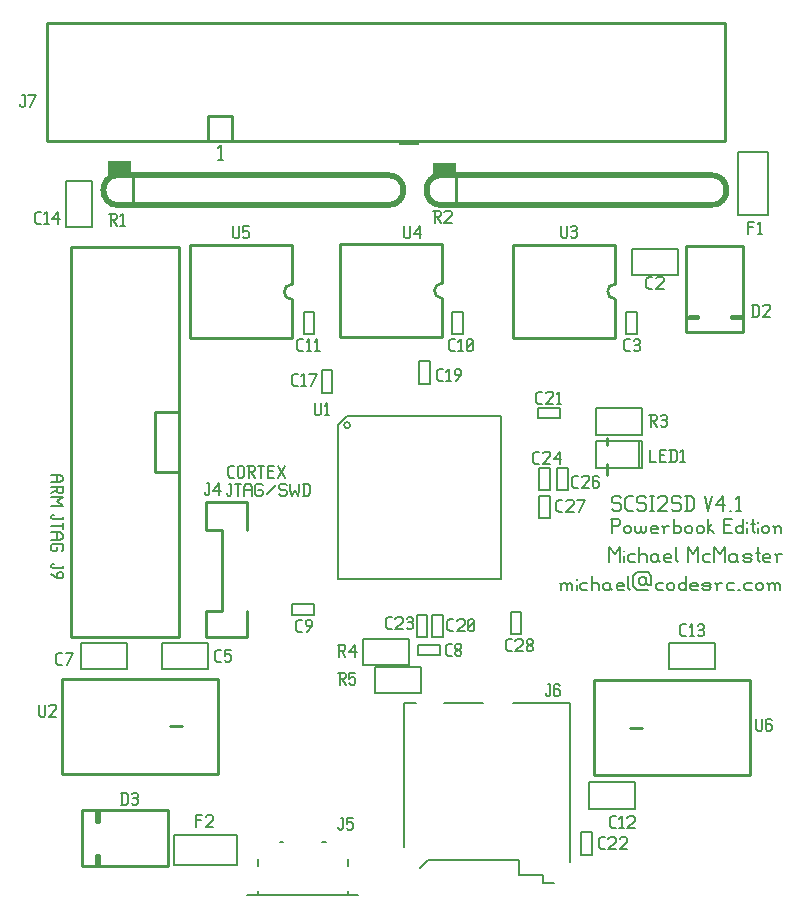
<source format=gto>
G04 start of page 13 for group -4079 idx -4079 *
G04 Title: (unknown), topsilk *
G04 Creator: pcb 20110918 *
G04 CreationDate: Wed 07 May 2014 09:59:53 GMT UTC *
G04 For: michael *
G04 Format: Gerber/RS-274X *
G04 PCB-Dimensions: 275000 304000 *
G04 PCB-Coordinate-Origin: lower left *
%MOIN*%
%FSLAX25Y25*%
%LNTOPSILK*%
%ADD145C,0.0200*%
%ADD144C,0.0080*%
%ADD143C,0.0060*%
%ADD142C,0.0100*%
%ADD141C,0.0001*%
G54D141*G36*
X45000Y257400D02*X52500D01*
Y252400D01*
X45000D01*
Y257400D01*
G37*
G36*
X153300Y257000D02*X160800D01*
Y252000D01*
X153300D01*
Y257000D01*
G37*
G36*
X142000Y264000D02*X148500D01*
Y263000D01*
X142000D01*
Y264000D01*
G37*
G54D142*X211300Y156400D02*Y153000D01*
Y163000D02*Y165100D01*
G54D143*X213100Y138300D02*Y133500D01*
X212500Y138300D02*X214900D01*
X215500Y137700D01*
Y136500D01*
X214900Y135900D02*X215500Y136500D01*
X213100Y135900D02*X214900D01*
X216940Y135300D02*Y134100D01*
Y135300D02*X217540Y135900D01*
X218740D01*
X219340Y135300D01*
Y134100D01*
X218740Y133500D02*X219340Y134100D01*
X217540Y133500D02*X218740D01*
X216940Y134100D02*X217540Y133500D01*
X220780Y135900D02*Y134100D01*
X221380Y133500D01*
X221980D01*
X222580Y134100D01*
Y135900D02*Y134100D01*
X223180Y133500D01*
X223780D01*
X224380Y134100D01*
Y135900D02*Y134100D01*
X226420Y133500D02*X228220D01*
X225820Y134100D02*X226420Y133500D01*
X225820Y135300D02*Y134100D01*
Y135300D02*X226420Y135900D01*
X227620D01*
X228220Y135300D01*
X225820Y134700D02*X228220D01*
Y135300D02*Y134700D01*
X230260Y135300D02*Y133500D01*
Y135300D02*X230860Y135900D01*
X232060D01*
X229660D02*X230260Y135300D01*
X233500Y138300D02*Y133500D01*
Y134100D02*X234100Y133500D01*
X235300D01*
X235900Y134100D01*
Y135300D02*Y134100D01*
X235300Y135900D02*X235900Y135300D01*
X234100Y135900D02*X235300D01*
X233500Y135300D02*X234100Y135900D01*
X237340Y135300D02*Y134100D01*
Y135300D02*X237940Y135900D01*
X239140D01*
X239740Y135300D01*
Y134100D01*
X239140Y133500D02*X239740Y134100D01*
X237940Y133500D02*X239140D01*
X237340Y134100D02*X237940Y133500D01*
X241180Y135300D02*Y134100D01*
Y135300D02*X241780Y135900D01*
X242980D01*
X243580Y135300D01*
Y134100D01*
X242980Y133500D02*X243580Y134100D01*
X241780Y133500D02*X242980D01*
X241180Y134100D02*X241780Y133500D01*
X245020Y138300D02*Y133500D01*
Y135300D02*X246820Y133500D01*
X245020Y135300D02*X246220Y136500D01*
X250420Y136140D02*X252220D01*
X250420Y133500D02*X252820D01*
X250420Y138300D02*Y133500D01*
Y138300D02*X252820D01*
X256660D02*Y133500D01*
X256060D02*X256660Y134100D01*
X254860Y133500D02*X256060D01*
X254260Y134100D02*X254860Y133500D01*
X254260Y135300D02*Y134100D01*
Y135300D02*X254860Y135900D01*
X256060D01*
X256660Y135300D01*
X258100Y137100D02*Y136980D01*
Y135300D02*Y133500D01*
X259900Y138300D02*Y134100D01*
X260500Y133500D01*
X259300Y136500D02*X260500D01*
X261700Y137100D02*Y136980D01*
Y135300D02*Y133500D01*
X262900Y135300D02*Y134100D01*
Y135300D02*X263500Y135900D01*
X264700D01*
X265300Y135300D01*
Y134100D01*
X264700Y133500D02*X265300Y134100D01*
X263500Y133500D02*X264700D01*
X262900Y134100D02*X263500Y133500D01*
X267340Y135300D02*Y133500D01*
Y135300D02*X267940Y135900D01*
X268540D01*
X269140Y135300D01*
Y133500D01*
X266740Y135900D02*X267340Y135300D01*
X212000Y128800D02*Y124000D01*
Y128800D02*X213800Y126400D01*
X215600Y128800D01*
Y124000D01*
X217040Y127600D02*Y127480D01*
Y125800D02*Y124000D01*
X218840Y126400D02*X220640D01*
X218240Y125800D02*X218840Y126400D01*
X218240Y125800D02*Y124600D01*
X218840Y124000D01*
X220640D01*
X222080Y128800D02*Y124000D01*
Y125800D02*X222680Y126400D01*
X223880D01*
X224480Y125800D01*
Y124000D01*
X227720Y126400D02*X228320Y125800D01*
X226520Y126400D02*X227720D01*
X225920Y125800D02*X226520Y126400D01*
X225920Y125800D02*Y124600D01*
X226520Y124000D01*
X228320Y126400D02*Y124600D01*
X228920Y124000D01*
X226520D02*X227720D01*
X228320Y124600D01*
X230960Y124000D02*X232760D01*
X230360Y124600D02*X230960Y124000D01*
X230360Y125800D02*Y124600D01*
Y125800D02*X230960Y126400D01*
X232160D01*
X232760Y125800D01*
X230360Y125200D02*X232760D01*
Y125800D02*Y125200D01*
X234200Y128800D02*Y124600D01*
X234800Y124000D01*
X238160Y128800D02*Y124000D01*
Y128800D02*X239960Y126400D01*
X241760Y128800D01*
Y124000D01*
X243800Y126400D02*X245600D01*
X243200Y125800D02*X243800Y126400D01*
X243200Y125800D02*Y124600D01*
X243800Y124000D01*
X245600D01*
X247040Y128800D02*Y124000D01*
Y128800D02*X248840Y126400D01*
X250640Y128800D01*
Y124000D01*
X253880Y126400D02*X254480Y125800D01*
X252680Y126400D02*X253880D01*
X252080Y125800D02*X252680Y126400D01*
X252080Y125800D02*Y124600D01*
X252680Y124000D01*
X254480Y126400D02*Y124600D01*
X255080Y124000D01*
X252680D02*X253880D01*
X254480Y124600D01*
X257120Y124000D02*X258920D01*
X259520Y124600D01*
X258920Y125200D02*X259520Y124600D01*
X257120Y125200D02*X258920D01*
X256520Y125800D02*X257120Y125200D01*
X256520Y125800D02*X257120Y126400D01*
X258920D01*
X259520Y125800D01*
X256520Y124600D02*X257120Y124000D01*
X261560Y128800D02*Y124600D01*
X262160Y124000D01*
X260960Y127000D02*X262160D01*
X263960Y124000D02*X265760D01*
X263360Y124600D02*X263960Y124000D01*
X263360Y125800D02*Y124600D01*
Y125800D02*X263960Y126400D01*
X265160D01*
X265760Y125800D01*
X263360Y125200D02*X265760D01*
Y125800D02*Y125200D01*
X267800Y125800D02*Y124000D01*
Y125800D02*X268400Y126400D01*
X269600D01*
X267200D02*X267800Y125800D01*
X196100Y116300D02*Y114500D01*
Y116300D02*X196700Y116900D01*
X197300D01*
X197900Y116300D01*
Y114500D01*
Y116300D02*X198500Y116900D01*
X199100D01*
X199700Y116300D01*
Y114500D01*
X195500Y116900D02*X196100Y116300D01*
X201140Y118100D02*Y117980D01*
Y116300D02*Y114500D01*
X202940Y116900D02*X204740D01*
X202340Y116300D02*X202940Y116900D01*
X202340Y116300D02*Y115100D01*
X202940Y114500D01*
X204740D01*
X206180Y119300D02*Y114500D01*
Y116300D02*X206780Y116900D01*
X207980D01*
X208580Y116300D01*
Y114500D01*
X211820Y116900D02*X212420Y116300D01*
X210620Y116900D02*X211820D01*
X210020Y116300D02*X210620Y116900D01*
X210020Y116300D02*Y115100D01*
X210620Y114500D01*
X212420Y116900D02*Y115100D01*
X213020Y114500D01*
X210620D02*X211820D01*
X212420Y115100D01*
X215060Y114500D02*X216860D01*
X214460Y115100D02*X215060Y114500D01*
X214460Y116300D02*Y115100D01*
Y116300D02*X215060Y116900D01*
X216260D01*
X216860Y116300D01*
X214460Y115700D02*X216860D01*
Y116300D02*Y115700D01*
X218300Y119300D02*Y115100D01*
X218900Y114500D01*
X220100Y119300D02*Y115700D01*
X221300Y114500D01*
X224900D01*
X226100Y119300D02*Y116300D01*
Y119300D02*X224900Y120500D01*
X221300D02*X224900D01*
X221300D02*X220100Y119300D01*
X221900Y118100D02*Y116900D01*
X222500Y116300D01*
X223700D01*
X224300Y116900D01*
X224900Y116300D01*
X224300Y118700D02*Y116900D01*
Y118100D02*X223700Y118700D01*
X222500D02*X223700D01*
X222500D02*X221900Y118100D01*
X224900Y116300D02*X226100D01*
X228140Y116900D02*X229940D01*
X227540Y116300D02*X228140Y116900D01*
X227540Y116300D02*Y115100D01*
X228140Y114500D01*
X229940D01*
X231380Y116300D02*Y115100D01*
Y116300D02*X231980Y116900D01*
X233180D01*
X233780Y116300D01*
Y115100D01*
X233180Y114500D02*X233780Y115100D01*
X231980Y114500D02*X233180D01*
X231380Y115100D02*X231980Y114500D01*
X237620Y119300D02*Y114500D01*
X237020D02*X237620Y115100D01*
X235820Y114500D02*X237020D01*
X235220Y115100D02*X235820Y114500D01*
X235220Y116300D02*Y115100D01*
Y116300D02*X235820Y116900D01*
X237020D01*
X237620Y116300D01*
X239660Y114500D02*X241460D01*
X239060Y115100D02*X239660Y114500D01*
X239060Y116300D02*Y115100D01*
Y116300D02*X239660Y116900D01*
X240860D01*
X241460Y116300D01*
X239060Y115700D02*X241460D01*
Y116300D02*Y115700D01*
X243500Y114500D02*X245300D01*
X245900Y115100D01*
X245300Y115700D02*X245900Y115100D01*
X243500Y115700D02*X245300D01*
X242900Y116300D02*X243500Y115700D01*
X242900Y116300D02*X243500Y116900D01*
X245300D01*
X245900Y116300D01*
X242900Y115100D02*X243500Y114500D01*
X247940Y116300D02*Y114500D01*
Y116300D02*X248540Y116900D01*
X249740D01*
X247340D02*X247940Y116300D01*
X251780Y116900D02*X253580D01*
X251180Y116300D02*X251780Y116900D01*
X251180Y116300D02*Y115100D01*
X251780Y114500D01*
X253580D01*
X255020D02*X255620D01*
X257660Y116900D02*X259460D01*
X257060Y116300D02*X257660Y116900D01*
X257060Y116300D02*Y115100D01*
X257660Y114500D01*
X259460D01*
X260900Y116300D02*Y115100D01*
Y116300D02*X261500Y116900D01*
X262700D01*
X263300Y116300D01*
Y115100D01*
X262700Y114500D02*X263300Y115100D01*
X261500Y114500D02*X262700D01*
X260900Y115100D02*X261500Y114500D01*
X265340Y116300D02*Y114500D01*
Y116300D02*X265940Y116900D01*
X266540D01*
X267140Y116300D01*
Y114500D01*
Y116300D02*X267740Y116900D01*
X268340D01*
X268940Y116300D01*
Y114500D01*
X264740Y116900D02*X265340Y116300D01*
X85200Y150000D02*X86000D01*
Y146500D01*
X85500Y146000D02*X86000Y146500D01*
X85000Y146000D02*X85500D01*
X84500Y146500D02*X85000Y146000D01*
X84500Y147000D02*Y146500D01*
X87200Y150000D02*X89200D01*
X88200D02*Y146000D01*
X90400Y149000D02*Y146000D01*
Y149000D02*X91100Y150000D01*
X92200D01*
X92900Y149000D01*
Y146000D01*
X90400Y148000D02*X92900D01*
X96100Y150000D02*X96600Y149500D01*
X94600Y150000D02*X96100D01*
X94100Y149500D02*X94600Y150000D01*
X94100Y149500D02*Y146500D01*
X94600Y146000D01*
X96100D01*
X96600Y146500D01*
Y147500D02*Y146500D01*
X96100Y148000D02*X96600Y147500D01*
X95100Y148000D02*X96100D01*
X97800Y146500D02*X100800Y149500D01*
X104000Y150000D02*X104500Y149500D01*
X102500Y150000D02*X104000D01*
X102000Y149500D02*X102500Y150000D01*
X102000Y149500D02*Y148500D01*
X102500Y148000D01*
X104000D01*
X104500Y147500D01*
Y146500D01*
X104000Y146000D02*X104500Y146500D01*
X102500Y146000D02*X104000D01*
X102000Y146500D02*X102500Y146000D01*
X105700Y150000D02*Y148000D01*
X106200Y146000D01*
X107200Y148000D01*
X108200Y146000D01*
X108700Y148000D01*
Y150000D02*Y148000D01*
X110400Y150000D02*Y146000D01*
X111700Y150000D02*X112400Y149300D01*
Y146700D01*
X111700Y146000D02*X112400Y146700D01*
X109900Y146000D02*X111700D01*
X109900Y150000D02*X111700D01*
X26000Y153000D02*X29000D01*
X30000Y152300D01*
Y151200D01*
X29000Y150500D01*
X26000D02*X29000D01*
X28000Y153000D02*Y150500D01*
X30000Y149300D02*Y147300D01*
X29500Y146800D01*
X28500D02*X29500D01*
X28000Y147300D02*X28500Y146800D01*
X28000Y148800D02*Y147300D01*
X26000Y148800D02*X30000D01*
X28000Y148000D02*X26000Y146800D01*
Y145600D02*X30000D01*
X28000Y144100D01*
X30000Y142600D01*
X26000D02*X30000D01*
Y138900D02*Y138100D01*
X26500D02*X30000D01*
X26000Y138600D02*X26500Y138100D01*
X26000Y139100D02*Y138600D01*
X26500Y139600D02*X26000Y139100D01*
X26500Y139600D02*X27000D01*
X30000Y136900D02*Y134900D01*
X26000Y135900D02*X30000D01*
X26000Y133700D02*X29000D01*
X30000Y133000D01*
Y131900D01*
X29000Y131200D01*
X26000D02*X29000D01*
X28000Y133700D02*Y131200D01*
X30000Y128000D02*X29500Y127500D01*
X30000Y129500D02*Y128000D01*
X29500Y130000D02*X30000Y129500D01*
X26500Y130000D02*X29500D01*
X26500D02*X26000Y129500D01*
Y128000D01*
X26500Y127500D01*
X27500D01*
X28000Y128000D02*X27500Y127500D01*
X28000Y129000D02*Y128000D01*
X85700Y152000D02*X87000D01*
X85000Y152700D02*X85700Y152000D01*
X85000Y155300D02*Y152700D01*
Y155300D02*X85700Y156000D01*
X87000D01*
X88200Y155500D02*Y152500D01*
Y155500D02*X88700Y156000D01*
X89700D01*
X90200Y155500D01*
Y152500D01*
X89700Y152000D02*X90200Y152500D01*
X88700Y152000D02*X89700D01*
X88200Y152500D02*X88700Y152000D01*
X91400Y156000D02*X93400D01*
X93900Y155500D01*
Y154500D01*
X93400Y154000D02*X93900Y154500D01*
X91900Y154000D02*X93400D01*
X91900Y156000D02*Y152000D01*
X92700Y154000D02*X93900Y152000D01*
X95100Y156000D02*X97100D01*
X96100D02*Y152000D01*
X98300Y154200D02*X99800D01*
X98300Y152000D02*X100300D01*
X98300Y156000D02*Y152000D01*
Y156000D02*X100300D01*
X101500Y152000D02*X104000Y156000D01*
X101500D02*X104000Y152000D01*
X81500Y261840D02*X82460Y262800D01*
Y258000D01*
X81500D02*X83300D01*
X215400Y145800D02*X216000Y145200D01*
X213600Y145800D02*X215400D01*
X213000Y145200D02*X213600Y145800D01*
X213000Y145200D02*Y144000D01*
X213600Y143400D01*
X215400D01*
X216000Y142800D01*
Y141600D01*
X215400Y141000D02*X216000Y141600D01*
X213600Y141000D02*X215400D01*
X213000Y141600D02*X213600Y141000D01*
X218280D02*X219840D01*
X217440Y141840D02*X218280Y141000D01*
X217440Y144960D02*Y141840D01*
Y144960D02*X218280Y145800D01*
X219840D01*
X223680D02*X224280Y145200D01*
X221880Y145800D02*X223680D01*
X221280Y145200D02*X221880Y145800D01*
X221280Y145200D02*Y144000D01*
X221880Y143400D01*
X223680D01*
X224280Y142800D01*
Y141600D01*
X223680Y141000D02*X224280Y141600D01*
X221880Y141000D02*X223680D01*
X221280Y141600D02*X221880Y141000D01*
X225720Y145800D02*X226920D01*
X226320D02*Y141000D01*
X225720D02*X226920D01*
X228360Y145200D02*X228960Y145800D01*
X230760D01*
X231360Y145200D01*
Y144000D01*
X228360Y141000D02*X231360Y144000D01*
X228360Y141000D02*X231360D01*
X235200Y145800D02*X235800Y145200D01*
X233400Y145800D02*X235200D01*
X232800Y145200D02*X233400Y145800D01*
X232800Y145200D02*Y144000D01*
X233400Y143400D01*
X235200D01*
X235800Y142800D01*
Y141600D01*
X235200Y141000D02*X235800Y141600D01*
X233400Y141000D02*X235200D01*
X232800Y141600D02*X233400Y141000D01*
X237840Y145800D02*Y141000D01*
X239400Y145800D02*X240240Y144960D01*
Y141840D01*
X239400Y141000D02*X240240Y141840D01*
X237240Y141000D02*X239400D01*
X237240Y145800D02*X239400D01*
X243840D02*X245040Y141000D01*
X246240Y145800D01*
X247680Y142800D02*X250080Y145800D01*
X247680Y142800D02*X250680D01*
X250080Y145800D02*Y141000D01*
X252120D02*X252720D01*
X254160Y144840D02*X255120Y145800D01*
Y141000D01*
X254160D02*X255960D01*
G54D144*X222900Y164100D02*Y155300D01*
X207500Y164100D02*X222900D01*
X207500D02*Y155300D01*
X222900D01*
X221900Y164100D02*Y155300D01*
X222859Y175122D02*Y166322D01*
X207459Y175122D02*X222859D01*
X207459D02*Y166322D01*
X222859D01*
G54D143*X194728Y147791D02*X198271D01*
Y155271D02*Y147791D01*
X194728Y155271D02*X198271D01*
X194728D02*Y147791D01*
X188291Y171729D02*Y175272D01*
X195771Y171729D02*X188291D01*
X195771Y175272D02*Y171729D01*
X188291Y175272D02*X195771D01*
X188728Y147791D02*X192271D01*
Y155271D02*Y147791D01*
X188728Y155271D02*X192271D01*
X188728D02*Y147791D01*
X113709Y109771D02*Y106228D01*
X106229Y109771D02*X113709D01*
X106229D02*Y106228D01*
X113709D01*
X148228Y92729D02*Y96272D01*
X155708Y92729D02*X148228D01*
X155708Y96272D02*Y92729D01*
X148228Y96272D02*X155708D01*
X152935Y106222D02*X156478D01*
X152935D02*Y98742D01*
X156478D01*
Y106222D02*Y98742D01*
X147792Y106272D02*X151335D01*
X147792D02*Y98792D01*
X151335D01*
Y106272D02*Y98792D01*
X179228Y99728D02*X182771D01*
Y107208D02*Y99728D01*
X179228Y107208D02*X182771D01*
X179228D02*Y99728D01*
X188722Y145902D02*X192265D01*
X188722D02*Y138422D01*
X192265D01*
Y145902D02*Y138422D01*
G54D144*X124682Y172337D02*X176100D01*
Y118019D01*
X121782D01*
Y169437D01*
X124682Y172337D01*
X123682Y169437D02*G75*G03X123682Y169437I1000J0D01*G01*
G54D143*X202729Y33772D02*X206272D01*
X202729D02*Y26292D01*
X206272D01*
Y33772D02*Y26292D01*
G54D144*X133941Y88878D02*Y80078D01*
X149341D01*
Y88878D01*
X133941D01*
X129900Y98300D02*Y89500D01*
X145300D01*
Y98300D01*
X129900D01*
X231800Y96900D02*Y88100D01*
X247200D01*
Y96900D02*Y88100D01*
X231800Y96900D02*X247200D01*
G54D142*X207044Y52970D02*X259044D01*
X207044Y84470D02*Y52970D01*
Y84470D02*X259044D01*
Y52970D01*
X219044Y68470D02*X223044D01*
G54D144*X205300Y50400D02*Y41600D01*
X220700D01*
Y50400D01*
X205300D01*
G54D143*X91378Y12759D02*X128386D01*
X94921Y14137D02*Y12759D01*
Y24767D02*Y22602D01*
X125039Y14137D02*Y12759D01*
Y24767D02*Y22602D01*
X102204Y30476D02*X103386D01*
X116181D02*X117559D01*
G54D144*X87900Y32700D02*Y22700D01*
X66900Y32700D02*X87900D01*
X66900D02*Y22700D01*
X87900D01*
X62800Y96900D02*Y88100D01*
X78200D01*
Y96900D02*Y88100D01*
X62800Y96900D02*X78200D01*
G54D142*X36362Y41252D02*Y22354D01*
X65102D01*
Y41252D02*Y22354D01*
X36362Y41252D02*X65102D01*
X41086D02*Y37315D01*
X41874D01*
Y40464D02*Y37315D01*
X41086Y26291D02*Y22354D01*
Y26291D02*X41874D01*
Y23141D01*
G54D143*X182088Y19343D02*X190088D01*
X182088Y24343D02*Y19343D01*
X151588Y24343D02*X182088D01*
X151588D02*X149088Y21843D01*
X190088Y19343D02*Y16843D01*
X193588D01*
X199088Y76843D02*Y23843D01*
X180088Y76843D02*X199088D01*
X157088D02*X170088D01*
X143588D02*X147588D01*
X143588D02*Y28843D01*
G54D145*X48400Y242800D02*X138400D01*
X48400Y252800D02*X138400D01*
G54D142*X53400D02*Y242800D01*
G54D145*X48400Y252800D02*G75*G03X48400Y242800I0J-5000D01*G01*
X138400D02*G75*G03X138400Y252800I0J5000D01*G01*
G54D142*X32647Y128739D02*X32600Y128692D01*
Y98700D01*
X68600D01*
Y228700D02*Y98700D01*
X32608Y228692D02*Y128700D01*
Y228692D02*X32600Y228700D01*
X68600D01*
X60600Y173700D02*X68600D01*
X60600D02*Y153700D01*
X68600D01*
X72200Y229350D02*X106200D01*
X72200D02*Y198350D01*
X106200D01*
Y229350D02*Y216350D01*
Y211350D02*Y198350D01*
Y216350D02*G75*G03X106200Y211350I0J-2500D01*G01*
X29573Y84762D02*X81573D01*
Y53262D01*
X29573D02*X81573D01*
X29573Y84762D02*Y53262D01*
X65573Y69262D02*X69573D01*
X77628Y98741D02*X91428D01*
X77628Y143741D02*X91428D01*
Y134647D01*
X91434Y134641D01*
X91334Y107541D02*Y98741D01*
X77634Y143741D02*Y134641D01*
Y107441D02*Y98741D01*
Y134641D02*X83034D01*
Y107441D01*
X77634D02*X83034D01*
G54D144*X51200Y96900D02*Y88100D01*
X35800Y96900D02*X51200D01*
X35800D02*Y88100D01*
X51200D01*
X30800Y235600D02*X39600D01*
Y251000D02*Y235600D01*
X30800Y251000D02*X39600D01*
X30800D02*Y235600D01*
X219541Y228178D02*Y219378D01*
X234941D01*
Y228178D01*
X219541D01*
G54D145*X156100Y242800D02*X246100D01*
X156100Y252800D02*X246100D01*
G54D142*X161100D02*Y242800D01*
G54D145*X156100Y252800D02*G75*G03X156100Y242800I0J-5000D01*G01*
X246100D02*G75*G03X246100Y252800I0J5000D01*G01*
G54D142*X24508Y303539D02*X250492D01*
X24508D02*Y264169D01*
X250492D01*
Y303539D02*Y264169D01*
X86319Y272437D02*Y264169D01*
X78445Y272437D02*X86319D01*
X78445D02*Y264169D01*
X122300Y229750D02*X156300D01*
X122300D02*Y198750D01*
X156300D01*
Y229750D02*Y216750D01*
Y211750D02*Y198750D01*
Y216750D02*G75*G03X156300Y211750I0J-2500D01*G01*
G54D143*X110228Y199728D02*X113771D01*
Y207208D02*Y199728D01*
X110228Y207208D02*X113771D01*
X110228D02*Y199728D01*
X148728Y183228D02*X152271D01*
Y190708D02*Y183228D01*
X148728Y190708D02*X152271D01*
X148728D02*Y183228D01*
X116228Y180291D02*X119771D01*
Y187771D02*Y180291D01*
X116228Y187771D02*X119771D01*
X116228D02*Y180291D01*
X159728Y199728D02*X163271D01*
Y207208D02*Y199728D01*
X159728Y207208D02*X163271D01*
X159728D02*Y199728D01*
G54D142*X180000Y229500D02*X214000D01*
X180000D02*Y198500D01*
X214000D01*
Y229500D02*Y216500D01*
Y211500D02*Y198500D01*
Y216500D02*G75*G03X214000Y211500I0J-2500D01*G01*
G54D143*X217728Y199728D02*X221271D01*
Y207208D02*Y199728D01*
X217728Y207208D02*X221271D01*
X217728D02*Y199728D01*
G54D142*X237748Y200362D02*X256646D01*
Y229102D02*Y200362D01*
X237748Y229102D02*X256646D01*
X237748D02*Y200362D01*
Y205086D02*X241685D01*
Y205874D02*Y205086D01*
X238536Y205874D02*X241685D01*
X252709Y205086D02*X256646D01*
X252709Y205874D02*Y205086D01*
Y205874D02*X255859D01*
G54D144*X255000Y260500D02*X265000D01*
X255000D02*Y239500D01*
X265000D01*
Y260500D02*Y239500D01*
G54D143*X45300Y240000D02*X47300D01*
X47800Y239500D01*
Y238500D01*
X47300Y238000D02*X47800Y238500D01*
X45800Y238000D02*X47300D01*
X45800Y240000D02*Y236000D01*
X46600Y238000D02*X47800Y236000D01*
X49000Y239200D02*X49800Y240000D01*
Y236000D01*
X49000D02*X50500D01*
X143750Y235800D02*Y232300D01*
X144250Y231800D01*
X145250D01*
X145750Y232300D01*
Y235800D02*Y232300D01*
X146950Y233300D02*X148950Y235800D01*
X146950Y233300D02*X149450D01*
X148950Y235800D02*Y231800D01*
X86650Y235700D02*Y232200D01*
X87150Y231700D01*
X88150D01*
X88650Y232200D01*
Y235700D02*Y232200D01*
X89850Y235700D02*X91850D01*
X89850D02*Y233700D01*
X90350Y234200D01*
X91350D01*
X91850Y233700D01*
Y232200D01*
X91350Y231700D02*X91850Y232200D01*
X90350Y231700D02*X91350D01*
X89850Y232200D02*X90350Y231700D01*
X77959Y150034D02*X78759D01*
Y146534D01*
X78259Y146034D02*X78759Y146534D01*
X77759Y146034D02*X78259D01*
X77259Y146534D02*X77759Y146034D01*
X77259Y147034D02*Y146534D01*
X79959Y147534D02*X81959Y150034D01*
X79959Y147534D02*X82459D01*
X81959Y150034D02*Y146034D01*
X108765Y194035D02*X110065D01*
X108065Y194735D02*X108765Y194035D01*
X108065Y197335D02*Y194735D01*
Y197335D02*X108765Y198035D01*
X110065D01*
X111265Y197235D02*X112065Y198035D01*
Y194035D01*
X111265D02*X112765D01*
X113965Y197235D02*X114765Y198035D01*
Y194035D01*
X113965D02*X115465D01*
X106828Y182535D02*X108128D01*
X106128Y183235D02*X106828Y182535D01*
X106128Y185835D02*Y183235D01*
Y185835D02*X106828Y186535D01*
X108128D01*
X109328Y185735D02*X110128Y186535D01*
Y182535D01*
X109328D02*X110828D01*
X112528D02*X114528Y186535D01*
X112028D02*X114528D01*
X113941Y176678D02*Y173178D01*
X114441Y172678D01*
X115441D01*
X115941Y173178D01*
Y176678D02*Y173178D01*
X117141Y175878D02*X117941Y176678D01*
Y172678D01*
X117141D02*X118641D01*
X21200Y236600D02*X22500D01*
X20500Y237300D02*X21200Y236600D01*
X20500Y239900D02*Y237300D01*
Y239900D02*X21200Y240600D01*
X22500D01*
X23700Y239800D02*X24500Y240600D01*
Y236600D01*
X23700D02*X25200D01*
X26400Y238100D02*X28400Y240600D01*
X26400Y238100D02*X28900D01*
X28400Y240600D02*Y236600D01*
X16318Y279500D02*X17118D01*
Y276000D01*
X16618Y275500D02*X17118Y276000D01*
X16118Y275500D02*X16618D01*
X15618Y276000D02*X16118Y275500D01*
X15618Y276500D02*Y276000D01*
X18818Y275500D02*X20818Y279500D01*
X18318D02*X20818D01*
X209265Y28035D02*X210565D01*
X208565Y28735D02*X209265Y28035D01*
X208565Y31335D02*Y28735D01*
Y31335D02*X209265Y32035D01*
X210565D01*
X211765Y31535D02*X212265Y32035D01*
X213765D01*
X214265Y31535D01*
Y30535D01*
X211765Y28035D02*X214265Y30535D01*
X211765Y28035D02*X214265D01*
X215465Y31535D02*X215965Y32035D01*
X217465D01*
X217965Y31535D01*
Y30535D01*
X215465Y28035D02*X217965Y30535D01*
X215465Y28035D02*X217965D01*
X236400Y99100D02*X237700D01*
X235700Y99800D02*X236400Y99100D01*
X235700Y102400D02*Y99800D01*
Y102400D02*X236400Y103100D01*
X237700D01*
X238900Y102300D02*X239700Y103100D01*
Y99100D01*
X238900D02*X240400D01*
X241600Y102600D02*X242100Y103100D01*
X243100D01*
X243600Y102600D01*
X243100Y99100D02*X243600Y99600D01*
X242100Y99100D02*X243100D01*
X241600Y99600D02*X242100Y99100D01*
Y101300D02*X243100D01*
X243600Y102600D02*Y101800D01*
Y100800D02*Y99600D01*
Y100800D02*X243100Y101300D01*
X243600Y101800D02*X243100Y101300D01*
X260956Y71530D02*Y68030D01*
X261456Y67530D01*
X262456D01*
X262956Y68030D01*
Y71530D02*Y68030D01*
X265656Y71530D02*X266156Y71030D01*
X264656Y71530D02*X265656D01*
X264156Y71030D02*X264656Y71530D01*
X264156Y71030D02*Y68030D01*
X264656Y67530D01*
X265656Y69730D02*X266156Y69230D01*
X264156Y69730D02*X265656D01*
X264656Y67530D02*X265656D01*
X266156Y68030D01*
Y69230D02*Y68030D01*
X212900Y35100D02*X214200D01*
X212200Y35800D02*X212900Y35100D01*
X212200Y38400D02*Y35800D01*
Y38400D02*X212900Y39100D01*
X214200D01*
X215400Y38300D02*X216200Y39100D01*
Y35100D01*
X215400D02*X216900D01*
X218100Y38600D02*X218600Y39100D01*
X220100D01*
X220600Y38600D01*
Y37600D01*
X218100Y35100D02*X220600Y37600D01*
X218100Y35100D02*X220600D01*
X158265Y92535D02*X159565D01*
X157565Y93235D02*X158265Y92535D01*
X157565Y95835D02*Y93235D01*
Y95835D02*X158265Y96535D01*
X159565D01*
X160765Y93035D02*X161265Y92535D01*
X160765Y93835D02*Y93035D01*
Y93835D02*X161465Y94535D01*
X162065D01*
X162765Y93835D01*
Y93035D01*
X162265Y92535D02*X162765Y93035D01*
X161265Y92535D02*X162265D01*
X160765Y95235D02*X161465Y94535D01*
X160765Y96035D02*Y95235D01*
Y96035D02*X161265Y96535D01*
X162265D01*
X162765Y96035D01*
Y95235D01*
X162065Y94535D02*X162765Y95235D01*
X178265Y94035D02*X179565D01*
X177565Y94735D02*X178265Y94035D01*
X177565Y97335D02*Y94735D01*
Y97335D02*X178265Y98035D01*
X179565D01*
X180765Y97535D02*X181265Y98035D01*
X182765D01*
X183265Y97535D01*
Y96535D01*
X180765Y94035D02*X183265Y96535D01*
X180765Y94035D02*X183265D01*
X184465Y94535D02*X184965Y94035D01*
X184465Y95335D02*Y94535D01*
Y95335D02*X185165Y96035D01*
X185765D01*
X186465Y95335D01*
Y94535D01*
X185965Y94035D02*X186465Y94535D01*
X184965Y94035D02*X185965D01*
X184465Y96735D02*X185165Y96035D01*
X184465Y97535D02*Y96735D01*
Y97535D02*X184965Y98035D01*
X185965D01*
X186465Y97535D01*
Y96735D01*
X185765Y96035D02*X186465Y96735D01*
X191612Y83157D02*X192412D01*
Y79657D01*
X191912Y79157D02*X192412Y79657D01*
X191412Y79157D02*X191912D01*
X190912Y79657D02*X191412Y79157D01*
X190912Y80157D02*Y79657D01*
X195112Y83157D02*X195612Y82657D01*
X194112Y83157D02*X195112D01*
X193612Y82657D02*X194112Y83157D01*
X193612Y82657D02*Y79657D01*
X194112Y79157D01*
X195112Y81357D02*X195612Y80857D01*
X193612Y81357D02*X195112D01*
X194112Y79157D02*X195112D01*
X195612Y79657D01*
Y80857D02*Y79657D01*
X158815Y100741D02*X160115D01*
X158115Y101441D02*X158815Y100741D01*
X158115Y104041D02*Y101441D01*
Y104041D02*X158815Y104741D01*
X160115D01*
X161315Y104241D02*X161815Y104741D01*
X163315D01*
X163815Y104241D01*
Y103241D01*
X161315Y100741D02*X163815Y103241D01*
X161315Y100741D02*X163815D01*
X165015Y101241D02*X165515Y100741D01*
X165015Y104241D02*Y101241D01*
Y104241D02*X165515Y104741D01*
X166515D01*
X167015Y104241D01*
Y101241D01*
X166515Y100741D02*X167015Y101241D01*
X165515Y100741D02*X166515D01*
X165015Y101741D02*X167015Y103741D01*
X138265Y101472D02*X139565D01*
X137565Y102172D02*X138265Y101472D01*
X137565Y104772D02*Y102172D01*
Y104772D02*X138265Y105472D01*
X139565D01*
X140765Y104972D02*X141265Y105472D01*
X142765D01*
X143265Y104972D01*
Y103972D01*
X140765Y101472D02*X143265Y103972D01*
X140765Y101472D02*X143265D01*
X144465Y104972D02*X144965Y105472D01*
X145965D01*
X146465Y104972D01*
X145965Y101472D02*X146465Y101972D01*
X144965Y101472D02*X145965D01*
X144465Y101972D02*X144965Y101472D01*
Y103672D02*X145965D01*
X146465Y104972D02*Y104172D01*
Y103172D02*Y101972D01*
Y103172D02*X145965Y103672D01*
X146465Y104172D02*X145965Y103672D01*
X22073Y76262D02*Y72762D01*
X22573Y72262D01*
X23573D01*
X24073Y72762D01*
Y76262D02*Y72762D01*
X25273Y75762D02*X25773Y76262D01*
X27273D01*
X27773Y75762D01*
Y74762D01*
X25273Y72262D02*X27773Y74762D01*
X25273Y72262D02*X27773D01*
X30100Y122500D02*Y121700D01*
X26600D02*X30100D01*
X26100Y122200D02*X26600Y121700D01*
X26100Y122700D02*Y122200D01*
X26600Y123200D02*X26100Y122700D01*
X26600Y123200D02*X27100D01*
X26100Y120000D02*X28100Y118500D01*
X29600D01*
X30100Y119000D02*X29600Y118500D01*
X30100Y120000D02*Y119000D01*
X29600Y120500D02*X30100Y120000D01*
X28600Y120500D02*X29600D01*
X28600D02*X28100Y120000D01*
Y118500D01*
X49639Y46867D02*Y42867D01*
X50939Y46867D02*X51639Y46167D01*
Y43567D01*
X50939Y42867D02*X51639Y43567D01*
X49139Y42867D02*X50939D01*
X49139Y46867D02*X50939D01*
X52839Y46367D02*X53339Y46867D01*
X54339D01*
X54839Y46367D01*
X54339Y42867D02*X54839Y43367D01*
X53339Y42867D02*X54339D01*
X52839Y43367D02*X53339Y42867D01*
Y45067D02*X54339D01*
X54839Y46367D02*Y45567D01*
Y44567D02*Y43367D01*
Y44567D02*X54339Y45067D01*
X54839Y45567D02*X54339Y45067D01*
X28400Y89600D02*X29700D01*
X27700Y90300D02*X28400Y89600D01*
X27700Y92900D02*Y90300D01*
Y92900D02*X28400Y93600D01*
X29700D01*
X31400Y89600D02*X33400Y93600D01*
X30900D02*X33400D01*
X121641Y86978D02*X123641D01*
X124141Y86478D01*
Y85478D01*
X123641Y84978D02*X124141Y85478D01*
X122141Y84978D02*X123641D01*
X122141Y86978D02*Y82978D01*
X122941Y84978D02*X124141Y82978D01*
X125341Y86978D02*X127341D01*
X125341D02*Y84978D01*
X125841Y85478D01*
X126841D01*
X127341Y84978D01*
Y83478D01*
X126841Y82978D02*X127341Y83478D01*
X125841Y82978D02*X126841D01*
X125341Y83478D02*X125841Y82978D01*
X122474Y38666D02*X123274D01*
Y35166D01*
X122774Y34666D02*X123274Y35166D01*
X122274Y34666D02*X122774D01*
X121774Y35166D02*X122274Y34666D01*
X121774Y35666D02*Y35166D01*
X124474Y38666D02*X126474D01*
X124474D02*Y36666D01*
X124974Y37166D01*
X125974D01*
X126474Y36666D01*
Y35166D01*
X125974Y34666D02*X126474Y35166D01*
X124974Y34666D02*X125974D01*
X124474Y35166D02*X124974Y34666D01*
X121600Y96200D02*X123600D01*
X124100Y95700D01*
Y94700D01*
X123600Y94200D02*X124100Y94700D01*
X122100Y94200D02*X123600D01*
X122100Y96200D02*Y92200D01*
X122900Y94200D02*X124100Y92200D01*
X125300Y93700D02*X127300Y96200D01*
X125300Y93700D02*X127800D01*
X127300Y96200D02*Y92200D01*
X74300Y39500D02*Y35500D01*
Y39500D02*X76300D01*
X74300Y37700D02*X75800D01*
X77500Y39000D02*X78000Y39500D01*
X79500D01*
X80000Y39000D01*
Y38000D01*
X77500Y35500D02*X80000Y38000D01*
X77500Y35500D02*X80000D01*
X81400Y90600D02*X82700D01*
X80700Y91300D02*X81400Y90600D01*
X80700Y93900D02*Y91300D01*
Y93900D02*X81400Y94600D01*
X82700D01*
X83900D02*X85900D01*
X83900D02*Y92600D01*
X84400Y93100D01*
X85400D01*
X85900Y92600D01*
Y91100D01*
X85400Y90600D02*X85900Y91100D01*
X84400Y90600D02*X85400D01*
X83900Y91100D02*X84400Y90600D01*
X108328Y100535D02*X109628D01*
X107628Y101235D02*X108328Y100535D01*
X107628Y103835D02*Y101235D01*
Y103835D02*X108328Y104535D01*
X109628D01*
X111328Y100535D02*X112828Y102535D01*
Y104035D02*Y102535D01*
X112328Y104535D02*X112828Y104035D01*
X111328Y104535D02*X112328D01*
X110828Y104035D02*X111328Y104535D01*
X110828Y104035D02*Y103035D01*
X111328Y102535D01*
X112828D01*
X225600Y161300D02*Y157300D01*
X227600D01*
X228800Y159500D02*X230300D01*
X228800Y157300D02*X230800D01*
X228800Y161300D02*Y157300D01*
Y161300D02*X230800D01*
X232500D02*Y157300D01*
X233800Y161300D02*X234500Y160600D01*
Y158000D01*
X233800Y157300D02*X234500Y158000D01*
X232000Y157300D02*X233800D01*
X232000Y161300D02*X233800D01*
X235700Y160500D02*X236500Y161300D01*
Y157300D01*
X235700D02*X237200D01*
X225441Y172878D02*X227441D01*
X227941Y172378D01*
Y171378D01*
X227441Y170878D02*X227941Y171378D01*
X225941Y170878D02*X227441D01*
X225941Y172878D02*Y168878D01*
X226741Y170878D02*X227941Y168878D01*
X229141Y172378D02*X229641Y172878D01*
X230641D01*
X231141Y172378D01*
X230641Y168878D02*X231141Y169378D01*
X229641Y168878D02*X230641D01*
X229141Y169378D02*X229641Y168878D01*
Y171078D02*X230641D01*
X231141Y172378D02*Y171578D01*
Y170578D02*Y169378D01*
Y170578D02*X230641Y171078D01*
X231141Y171578D02*X230641Y171078D01*
X217765Y194035D02*X219065D01*
X217065Y194735D02*X217765Y194035D01*
X217065Y197335D02*Y194735D01*
Y197335D02*X217765Y198035D01*
X219065D01*
X220265Y197535D02*X220765Y198035D01*
X221765D01*
X222265Y197535D01*
X221765Y194035D02*X222265Y194535D01*
X220765Y194035D02*X221765D01*
X220265Y194535D02*X220765Y194035D01*
Y196235D02*X221765D01*
X222265Y197535D02*Y196735D01*
Y195735D02*Y194535D01*
Y195735D02*X221765Y196235D01*
X222265Y196735D02*X221765Y196235D01*
X200328Y148535D02*X201628D01*
X199628Y149235D02*X200328Y148535D01*
X199628Y151835D02*Y149235D01*
Y151835D02*X200328Y152535D01*
X201628D01*
X202828Y152035D02*X203328Y152535D01*
X204828D01*
X205328Y152035D01*
Y151035D01*
X202828Y148535D02*X205328Y151035D01*
X202828Y148535D02*X205328D01*
X208028Y152535D02*X208528Y152035D01*
X207028Y152535D02*X208028D01*
X206528Y152035D02*X207028Y152535D01*
X206528Y152035D02*Y149035D01*
X207028Y148535D01*
X208028Y150735D02*X208528Y150235D01*
X206528Y150735D02*X208028D01*
X207028Y148535D02*X208028D01*
X208528Y149035D01*
Y150235D02*Y149035D01*
X187328Y156535D02*X188628D01*
X186628Y157235D02*X187328Y156535D01*
X186628Y159835D02*Y157235D01*
Y159835D02*X187328Y160535D01*
X188628D01*
X189828Y160035D02*X190328Y160535D01*
X191828D01*
X192328Y160035D01*
Y159035D01*
X189828Y156535D02*X192328Y159035D01*
X189828Y156535D02*X192328D01*
X193528Y158035D02*X195528Y160535D01*
X193528Y158035D02*X196028D01*
X195528Y160535D02*Y156535D01*
X195135Y140528D02*X196435D01*
X194435Y141228D02*X195135Y140528D01*
X194435Y143828D02*Y141228D01*
Y143828D02*X195135Y144528D01*
X196435D01*
X197635Y144028D02*X198135Y144528D01*
X199635D01*
X200135Y144028D01*
Y143028D01*
X197635Y140528D02*X200135Y143028D01*
X197635Y140528D02*X200135D01*
X201835D02*X203835Y144528D01*
X201335D02*X203835D01*
X188328Y176535D02*X189628D01*
X187628Y177235D02*X188328Y176535D01*
X187628Y179835D02*Y177235D01*
Y179835D02*X188328Y180535D01*
X189628D01*
X190828Y180035D02*X191328Y180535D01*
X192828D01*
X193328Y180035D01*
Y179035D01*
X190828Y176535D02*X193328Y179035D01*
X190828Y176535D02*X193328D01*
X194528Y179735D02*X195328Y180535D01*
Y176535D01*
X194528D02*X196028D01*
X155265Y184035D02*X156565D01*
X154565Y184735D02*X155265Y184035D01*
X154565Y187335D02*Y184735D01*
Y187335D02*X155265Y188035D01*
X156565D01*
X157765Y187235D02*X158565Y188035D01*
Y184035D01*
X157765D02*X159265D01*
X160965D02*X162465Y186035D01*
Y187535D02*Y186035D01*
X161965Y188035D02*X162465Y187535D01*
X160965Y188035D02*X161965D01*
X160465Y187535D02*X160965Y188035D01*
X160465Y187535D02*Y186535D01*
X160965Y186035D01*
X162465D01*
X159265Y194035D02*X160565D01*
X158565Y194735D02*X159265Y194035D01*
X158565Y197335D02*Y194735D01*
Y197335D02*X159265Y198035D01*
X160565D01*
X161765Y197235D02*X162565Y198035D01*
Y194035D01*
X161765D02*X163265D01*
X164465Y194535D02*X164965Y194035D01*
X164465Y197535D02*Y194535D01*
Y197535D02*X164965Y198035D01*
X165965D01*
X166465Y197535D01*
Y194535D01*
X165965Y194035D02*X166465Y194535D01*
X164965Y194035D02*X165965D01*
X164465Y195035D02*X166465Y197035D01*
X196000Y236000D02*Y232500D01*
X196500Y232000D01*
X197500D01*
X198000Y232500D01*
Y236000D02*Y232500D01*
X199200Y235500D02*X199700Y236000D01*
X200700D01*
X201200Y235500D01*
X200700Y232000D02*X201200Y232500D01*
X199700Y232000D02*X200700D01*
X199200Y232500D02*X199700Y232000D01*
Y234200D02*X200700D01*
X201200Y235500D02*Y234700D01*
Y233700D02*Y232500D01*
Y233700D02*X200700Y234200D01*
X201200Y234700D02*X200700Y234200D01*
X225141Y214878D02*X226441D01*
X224441Y215578D02*X225141Y214878D01*
X224441Y218178D02*Y215578D01*
Y218178D02*X225141Y218878D01*
X226441D01*
X227641Y218378D02*X228141Y218878D01*
X229641D01*
X230141Y218378D01*
Y217378D01*
X227641Y214878D02*X230141Y217378D01*
X227641Y214878D02*X230141D01*
X260081Y209508D02*Y205508D01*
X261381Y209508D02*X262081Y208808D01*
Y206208D01*
X261381Y205508D02*X262081Y206208D01*
X259581Y205508D02*X261381D01*
X259581Y209508D02*X261381D01*
X263281Y209008D02*X263781Y209508D01*
X265281D01*
X265781Y209008D01*
Y208008D01*
X263281Y205508D02*X265781Y208008D01*
X263281Y205508D02*X265781D01*
X258363Y237319D02*Y233319D01*
Y237319D02*X260363D01*
X258363Y235519D02*X259863D01*
X261563Y236519D02*X262363Y237319D01*
Y233319D01*
X261563D02*X263063D01*
X153400Y241000D02*X155400D01*
X155900Y240500D01*
Y239500D01*
X155400Y239000D02*X155900Y239500D01*
X153900Y239000D02*X155400D01*
X153900Y241000D02*Y237000D01*
X154700Y239000D02*X155900Y237000D01*
X157100Y240500D02*X157600Y241000D01*
X159100D01*
X159600Y240500D01*
Y239500D01*
X157100Y237000D02*X159600Y239500D01*
X157100Y237000D02*X159600D01*
M02*

</source>
